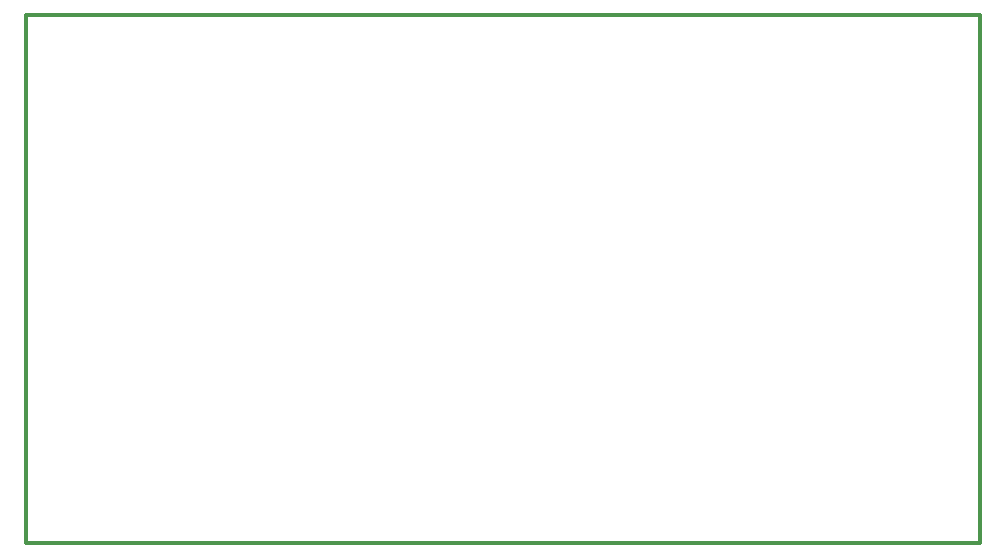
<source format=gko>
G04*
G04 #@! TF.GenerationSoftware,Altium Limited,Altium Designer,21.0.8 (223)*
G04*
G04 Layer_Color=16711935*
%FSTAX24Y24*%
%MOIN*%
G70*
G04*
G04 #@! TF.SameCoordinates,CEE82333-CCAB-4651-B785-5805AFDC4109*
G04*
G04*
G04 #@! TF.FilePolarity,Positive*
G04*
G01*
G75*
%ADD26C,0.0118*%
D26*
X0Y0D02*
Y0176D01*
X0318D01*
Y0D02*
Y0176D01*
X0Y0D02*
X0318D01*
M02*

</source>
